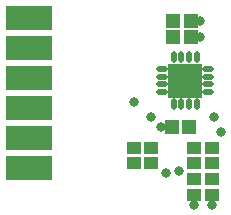
<source format=gts>
G04 Layer_Color=20142*
%FSLAX25Y25*%
%MOIN*%
G70*
G01*
G75*
%ADD31R,0.15800X0.08400*%
%ADD32R,0.04540X0.04934*%
%ADD33R,0.11181X0.11181*%
%ADD34O,0.01929X0.03898*%
%ADD35O,0.03898X0.01929*%
%ADD36R,0.04540X0.03950*%
%ADD37C,0.02769*%
%ADD38C,0.03200*%
D31*
X112500Y435000D02*
D03*
Y445000D02*
D03*
Y485000D02*
D03*
Y475000D02*
D03*
Y465000D02*
D03*
Y455000D02*
D03*
D32*
X160583Y478500D02*
D03*
X166291D02*
D03*
X160583Y484000D02*
D03*
X166291D02*
D03*
X165791Y448500D02*
D03*
X160083D02*
D03*
D33*
X164437Y464000D02*
D03*
D34*
X160598Y471776D02*
D03*
X163157D02*
D03*
X165717D02*
D03*
X168276D02*
D03*
Y456224D02*
D03*
X165717D02*
D03*
X163157D02*
D03*
X160598D02*
D03*
D35*
X172213Y467839D02*
D03*
Y465279D02*
D03*
Y462720D02*
D03*
Y460161D02*
D03*
X156661D02*
D03*
Y462720D02*
D03*
Y465279D02*
D03*
Y467839D02*
D03*
D36*
X173437Y425941D02*
D03*
Y431059D02*
D03*
X167437Y425941D02*
D03*
Y431059D02*
D03*
X173437Y436441D02*
D03*
Y441559D02*
D03*
X167437Y436441D02*
D03*
Y441559D02*
D03*
X147437Y441559D02*
D03*
Y436441D02*
D03*
X152937Y441559D02*
D03*
Y436441D02*
D03*
D37*
X168374Y460063D02*
D03*
X164437D02*
D03*
X160500D02*
D03*
X168374Y464000D02*
D03*
X164437D02*
D03*
X160500D02*
D03*
X168374Y467937D02*
D03*
X164437D02*
D03*
X160500D02*
D03*
D38*
X169437Y484000D02*
D03*
Y478500D02*
D03*
X156437Y448500D02*
D03*
X167437Y422500D02*
D03*
X173437D02*
D03*
X147437Y457000D02*
D03*
X152937Y452000D02*
D03*
X162437Y434000D02*
D03*
X176500Y446750D02*
D03*
X174000Y451750D02*
D03*
X158000Y433250D02*
D03*
M02*

</source>
